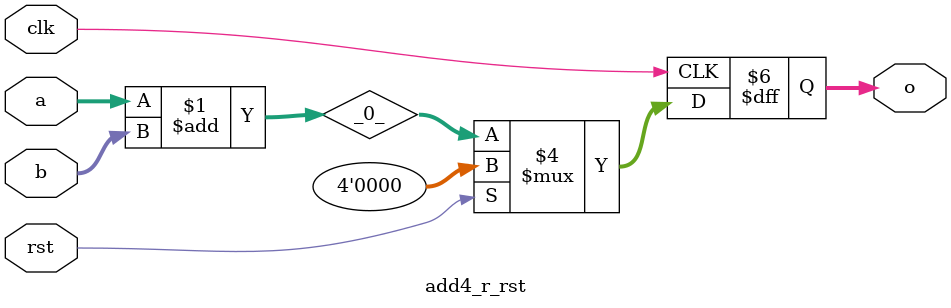
<source format=v>
/* Generated by Yosys 0.16+65 (git sha1 UNKNOWN, gcc 9.4.0-1ubuntu1~20.04.1 -fPIC -Os) */

(* top =  1  *)
module add4_r_rst(a, b, clk, rst, o);
  wire [3:0] _0_;
  (* packed_ranges = 1'h1 *)
  (* unpacked_ranges = 1'h1 *)
  input [3:0] a;
  wire [3:0] a;
  (* packed_ranges = 1'h1 *)
  (* unpacked_ranges = 1'h1 *)
  input [3:0] b;
  wire [3:0] b;
  input clk;
  wire clk;
  (* packed_ranges = 1'h1 *)
  (* unpacked_ranges = 1'h1 *)
  output [3:0] o;
  reg [3:0] o;
  input rst;
  wire rst;
  assign _0_ = a + b;
  always @(posedge clk)
    if (rst) o <= 4'h0;
    else o <= _0_;
endmodule

</source>
